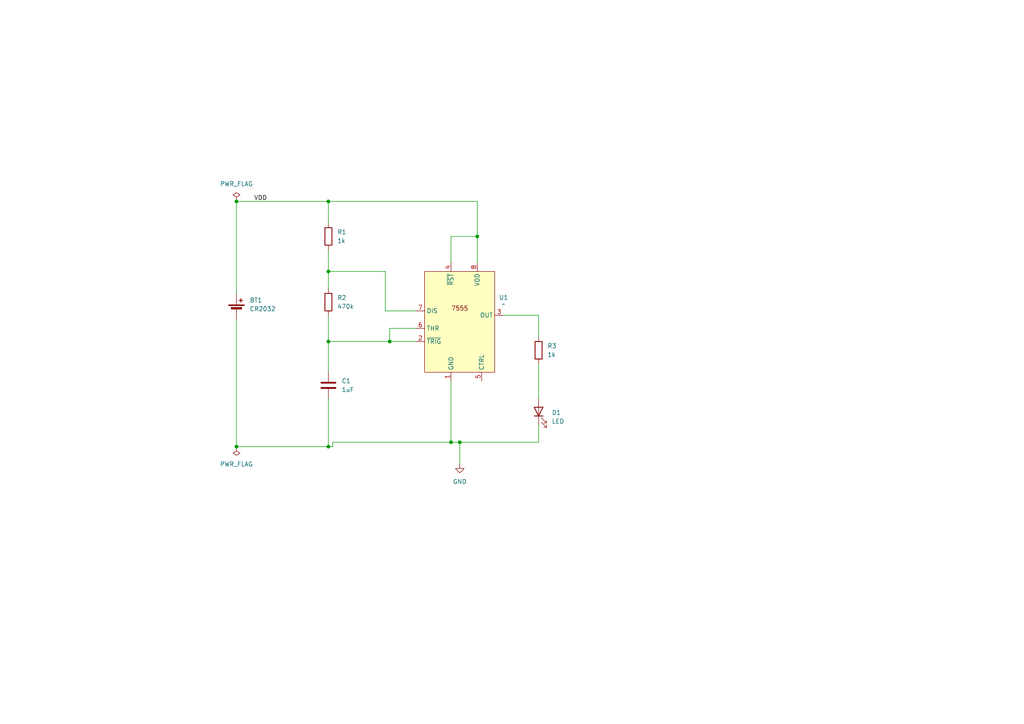
<source format=kicad_sch>
(kicad_sch (version 20250114) (generator "eeschema") (generator_version "9.0")
  (paper "A4")
  (lib_symbols
    (symbol "Device:Battery_Cell" (pin_numbers (hide yes)) (pin_names (offset 0) (hide yes))
      (property "Reference" "BT" (at 2.54 2.54 0))
      (property "Value" "Battery_Cell" (at 2.54 0 0))
      (symbol "Battery_Cell_0_1"
        (rectangle (start -2.286 1.778) (end 2.286 1.524) (fill (type outline)))
        (rectangle (start -1.524 1.016) (end 1.524 0.508) (fill (type outline)))
        (polyline (pts (xy 0 1.778) (xy 0 2.54)))
        (polyline (pts (xy 0 0.762) (xy 0 0)))
        (polyline (pts (xy 0.762 3.048) (xy 1.778 3.048)) (stroke (width 0.254)))
        (polyline (pts (xy 1.27 3.556) (xy 1.27 2.54)) (stroke (width 0.254)))
      )
      (symbol "Battery_Cell_1_1"
        (pin passive line (at 0 5.08 270) (length 2.54) (name "+") (number "1"))
        (pin passive line (at 0 -2.54 90) (length 2.54) (name "-") (number "2"))
      )
    )
    (symbol "Device:C" (pin_numbers (hide yes)) (pin_names (offset 0.254))
      (property "Reference" "C" (at 0.635 2.54 0))
      (property "Value" "C" (at 0.635 -2.54 0))
      (symbol "C_0_1"
        (polyline (pts (xy -2.032 0.762) (xy 2.032 0.762)) (stroke (width 0.508)))
        (polyline (pts (xy -2.032 -0.762) (xy 2.032 -0.762)) (stroke (width 0.508)))
      )
      (symbol "C_1_1"
        (pin passive line (at 0 3.81 270) (length 2.794) (name "~") (number "1"))
        (pin passive line (at 0 -3.81 90) (length 2.794) (name "~") (number "2"))
      )
    )
    (symbol "Device:LED" (pin_numbers (hide yes)) (pin_names (offset 1.016) (hide yes))
      (property "Reference" "D" (at 0 2.54 0))
      (property "Value" "LED" (at 0 -2.54 0))
      (symbol "LED_0_1"
        (polyline (pts (xy -3.048 -0.762) (xy -4.572 -2.286) (xy -3.81 -2.286) (xy -4.572 -2.286) (xy -4.572 -1.524)))
        (polyline (pts (xy -1.778 -0.762) (xy -3.302 -2.286) (xy -2.54 -2.286) (xy -3.302 -2.286) (xy -3.302 -1.524)))
        (polyline (pts (xy -1.27 0) (xy 1.27 0)))
        (polyline (pts (xy -1.27 -1.27) (xy -1.27 1.27)) (stroke (width 0.254)))
        (polyline (pts (xy 1.27 -1.27) (xy 1.27 1.27) (xy -1.27 0) (xy 1.27 -1.27)) (stroke (width 0.254)))
      )
      (symbol "LED_1_1"
        (pin passive line (at -3.81 0 0) (length 2.54) (name "K") (number "1"))
        (pin passive line (at 3.81 0 180) (length 2.54) (name "A") (number "2"))
      )
    )
    (symbol "Device:R" (pin_numbers (hide yes)) (pin_names (offset 0))
      (property "Reference" "R" (at 2.032 0 90))
      (property "Value" "R" (at 0 0 90))
      (symbol "R_0_1"
        (rectangle (start -1.016 -2.54) (end 1.016 2.54) (stroke (width 0.254)))
      )
      (symbol "R_1_1"
        (pin passive line (at 0 3.81 270) (length 1.27) (name "~") (number "1"))
        (pin passive line (at 0 -3.81 90) (length 1.27) (name "~") (number "2"))
      )
    )
    (symbol "mylib:7555"
      (property "Reference" "U" (at 0 -1.27 0))
      (symbol "7555_1_1"
        (rectangle (start -10.16 12.7) (end 10.16 -16.51) (fill (type background)))
        (text "7555" (at 0 2.032 0) (effects (font (size 1.27 1.27))))
        (pin input line (at -12.7 1.27 0) (length 2.54) (name "DIS") (number "7"))
        (pin input line (at -12.7 -3.81 0) (length 2.54) (name "THR") (number "6"))
        (pin input line (at -12.7 -7.62 0) (length 2.54) (name "~{TRIG}") (number "2"))
        (pin input line (at -2.54 15.24 270) (length 2.54) (name "~{RST}") (number "4"))
        (pin power_in line (at -2.54 -19.05 90) (length 2.54) (name "GND") (number "1"))
        (pin power_in line (at 5.08 15.24 270) (length 2.54) (name "VDD") (number "8"))
        (pin input line (at 6.35 -19.05 90) (length 2.54) (name "CTRL") (number "5"))
        (pin output line (at 12.7 0 180) (length 2.54) (name "OUT") (number "3"))
      )
    )
    (symbol "power:GND" (power) (pin_numbers (hide yes)) (pin_names (offset 0) (hide yes))
      (property "Value" "GND" (at 0 -3.81 0))
      (symbol "GND_0_1"
        (polyline (pts (xy 0 0) (xy 0 -1.27) (xy 1.27 -1.27) (xy 0 -2.54) (xy -1.27 -1.27) (xy 0 -1.27)))
      )
      (symbol "GND_1_1"
        (pin power_in line (at 0 0 270) (length 0) (name "~") (number "1"))
      )
    )
    (symbol "power:PWR_FLAG" (power) (pin_numbers (hide yes)) (pin_names (offset 0) (hide yes))
      (property "Value" "PWR_FLAG" (at 0 3.81 0))
      (symbol "PWR_FLAG_0_0"
        (pin power_out line (at 0 0 90) (length 0) (name "~") (number "1"))
      )
      (symbol "PWR_FLAG_0_1"
        (polyline (pts (xy 0 0) (xy 0 1.27) (xy -1.016 1.905) (xy 0 2.54) (xy 1.016 1.905) (xy 0 1.27)))
      )
    )
  )
  (junction (at 113.03 99.06))
  (junction (at 68.58 58.42))
  (junction (at 95.25 99.06))
  (junction (at 95.25 78.74))
  (junction (at 138.43 68.58))
  (junction (at 130.81 128.27))
  (junction (at 68.58 129.54))
  (junction (at 133.35 128.27))
  (junction (at 95.25 58.42))
  (junction (at 95.25 129.54))
  (wire (pts (xy 95.25 91.44) (xy 95.25 99.06)))
  (wire (pts (xy 138.43 58.42) (xy 95.25 58.42)))
  (wire (pts (xy 68.58 129.54) (xy 95.25 129.54)))
  (wire (pts (xy 95.25 78.74) (xy 95.25 83.82)))
  (wire (pts (xy 111.76 90.17) (xy 111.76 78.74)))
  (wire (pts (xy 130.81 68.58) (xy 138.43 68.58)))
  (wire (pts (xy 95.25 99.06) (xy 113.03 99.06)))
  (wire (pts (xy 156.21 91.44) (xy 156.21 97.79)))
  (wire (pts (xy 130.81 128.27) (xy 96.52 128.27)))
  (wire (pts (xy 130.81 76.2) (xy 130.81 68.58)))
  (wire (pts (xy 130.81 110.49) (xy 130.81 128.27)))
  (wire (pts (xy 68.58 92.71) (xy 68.58 129.54)))
  (wire (pts (xy 113.03 99.06) (xy 120.65 99.06)))
  (wire (pts (xy 133.35 128.27) (xy 130.81 128.27)))
  (wire (pts (xy 133.35 128.27) (xy 133.35 134.62)))
  (wire (pts (xy 95.25 115.57) (xy 95.25 129.54)))
  (wire (pts (xy 68.58 58.42) (xy 68.58 85.09)))
  (wire (pts (xy 138.43 68.58) (xy 138.43 58.42)))
  (wire (pts (xy 138.43 76.2) (xy 138.43 68.58)))
  (wire (pts (xy 96.52 128.27) (xy 96.52 129.54)))
  (wire (pts (xy 95.25 99.06) (xy 95.25 107.95)))
  (wire (pts (xy 146.05 91.44) (xy 156.21 91.44)))
  (wire (pts (xy 111.76 78.74) (xy 95.25 78.74)))
  (wire (pts (xy 120.65 90.17) (xy 111.76 90.17)))
  (wire (pts (xy 156.21 105.41) (xy 156.21 115.57)))
  (wire (pts (xy 95.25 72.39) (xy 95.25 78.74)))
  (wire (pts (xy 95.25 64.77) (xy 95.25 58.42)))
  (wire (pts (xy 68.58 58.42) (xy 95.25 58.42)))
  (wire (pts (xy 156.21 123.19) (xy 156.21 128.27)))
  (wire (pts (xy 120.65 95.25) (xy 113.03 95.25)))
  (wire (pts (xy 95.25 129.54) (xy 96.52 129.54)))
  (wire (pts (xy 156.21 128.27) (xy 133.35 128.27)))
  (wire (pts (xy 113.03 95.25) (xy 113.03 99.06)))
  (label "VDD" (at 73.66 58.42 0))
  (symbol (lib_id "Device:R") (at 156.21 101.6 0) (unit 1)
    (property "Reference" "R3" (at 158.75 100.3299 0) (effects (justify left)))
    (property "Value" "1k" (at 158.75 102.8699 0) (effects (justify left)))
    (property "Footprint" "Resistor_SMD:R_0805_2012Metric_Pad1.20x1.40mm_HandSolder" (effects (hide yes)))
    (property "Description" "Resistor" (effects (hide yes)))
  )
  (symbol (lib_id "power:PWR_FLAG") (at 68.58 129.54 180) (unit 1)
    (property "Reference" "#FLG02" (effects (hide yes)))
    (property "Value" "PWR_FLAG" (at 68.58 134.62 0))
    (property "Description" "Special symbol for telling ERC where power comes from" (effects (hide yes)))
  )
  (symbol (lib_id "Device:LED") (at 156.21 119.38 90) (unit 1)
    (property "Reference" "D1" (at 160.02 119.6974 90) (effects (justify right)))
    (property "Value" "LED" (at 160.02 122.2374 90) (effects (justify right)))
    (property "Footprint" "LED_SMD:LED_0805_2012Metric_Pad1.15x1.40mm_HandSolder" (effects (hide yes)))
    (property "Description" "Light emitting diode" (effects (hide yes)))
    (property "Sim.Pins" "1=K 2=A" (effects (hide yes)))
  )
  (symbol (lib_id "Device:Battery_Cell") (at 68.58 90.17 0) (unit 1)
    (property "Reference" "BT1" (at 72.39 87.0584 0) (effects (justify left)))
    (property "Value" "CR2032" (at 72.39 89.5984 0) (effects (justify left)))
    (property "Footprint" "myown:battery holder" (effects (hide yes)))
    (property "Description" "Single-cell battery" (effects (hide yes)))
  )
  (symbol (lib_id "Device:C") (at 95.25 111.76 0) (unit 1)
    (property "Reference" "C1" (at 99.06 110.4899 0) (effects (justify left)))
    (property "Value" "1uF" (at 99.06 113.0299 0) (effects (justify left)))
    (property "Footprint" "Capacitor_SMD:C_0805_2012Metric_Pad1.18x1.45mm_HandSolder" (effects (hide yes)))
    (property "Description" "Unpolarized capacitor" (effects (hide yes)))
  )
  (symbol (lib_id "power:GND") (at 133.35 134.62 0) (unit 1)
    (property "Reference" "#PWR01" (effects (hide yes)))
    (property "Value" "GND" (at 133.35 139.7 0))
    (property "Description" "Power symbol creates a global label with name \"GND\" , ground" (effects (hide yes)))
  )
  (symbol (lib_id "mylib:7555") (at 133.35 91.44 0) (unit 1)
    (property "Reference" "U1" (at 146.05 86.2898 0))
    (property "Value" "~" (at 146.05 88.1949 0))
    (property "Footprint" "Package_SO:SOIC-8_3.9x4.9mm_P1.27mm" (effects (hide yes)))
  )
  (symbol (lib_id "power:PWR_FLAG") (at 68.58 58.42 0) (unit 1)
    (property "Reference" "#FLG01" (effects (hide yes)))
    (property "Value" "PWR_FLAG" (at 68.58 53.34 0))
    (property "Description" "Special symbol for telling ERC where power comes from" (effects (hide yes)))
  )
  (symbol (lib_id "Device:R") (at 95.25 68.58 0) (unit 1)
    (property "Reference" "R1" (at 97.79 67.3099 0) (effects (justify left)))
    (property "Value" "1k" (at 97.79 69.8499 0) (effects (justify left)))
    (property "Footprint" "Resistor_SMD:R_0805_2012Metric_Pad1.20x1.40mm_HandSolder" (effects (hide yes)))
    (property "Description" "Resistor" (effects (hide yes)))
  )
  (symbol (lib_id "Device:R") (at 95.25 87.63 0) (unit 1)
    (property "Reference" "R2" (at 97.79 86.3599 0) (effects (justify left)))
    (property "Value" "470k" (at 97.79 88.8999 0) (effects (justify left)))
    (property "Footprint" "Resistor_SMD:R_0805_2012Metric_Pad1.20x1.40mm_HandSolder" (effects (hide yes)))
    (property "Description" "Resistor" (effects (hide yes)))
  )
)
</source>
